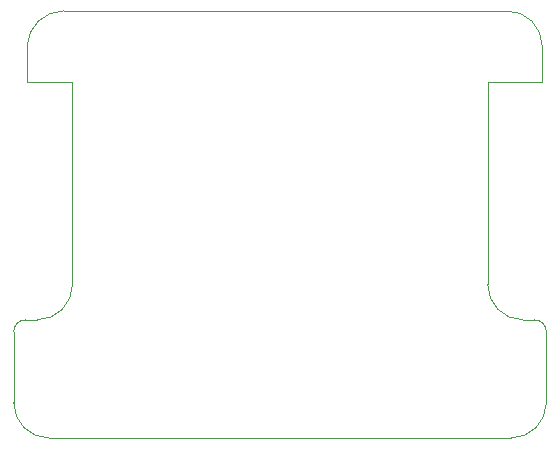
<source format=gbr>
%TF.GenerationSoftware,KiCad,Pcbnew,(6.0.11-0)*%
%TF.CreationDate,2023-11-06T17:50:53+10:00*%
%TF.ProjectId,GAUGE_Analog Instruments-12v,47415547-455f-4416-9e61-6c6f6720496e,rev?*%
%TF.SameCoordinates,Original*%
%TF.FileFunction,Profile,NP*%
%FSLAX46Y46*%
G04 Gerber Fmt 4.6, Leading zero omitted, Abs format (unit mm)*
G04 Created by KiCad (PCBNEW (6.0.11-0)) date 2023-11-06 17:50:53*
%MOMM*%
%LPD*%
G01*
G04 APERTURE LIST*
%TA.AperFunction,Profile*%
%ADD10C,0.050000*%
%TD*%
G04 APERTURE END LIST*
D10*
X160384281Y-111867951D02*
X199491250Y-111867951D01*
X197515515Y-81684574D02*
X197515515Y-98867952D01*
X199132736Y-75705452D02*
X161633041Y-75705452D01*
X202143817Y-78706075D02*
G75*
G03*
X199132736Y-75705452I-2986217J14475D01*
G01*
X202143793Y-81684574D02*
X202143793Y-78706075D01*
X157384249Y-108867951D02*
G75*
G03*
X160384281Y-111867951I3000051J51D01*
G01*
X159360016Y-101867951D02*
X158384281Y-101867951D01*
X197515515Y-81684574D02*
X202143793Y-81684574D01*
X197515548Y-98867952D02*
G75*
G03*
X200515515Y-101867952I2999952J-48D01*
G01*
X161633041Y-75705416D02*
G75*
G03*
X158515515Y-78705452I-41J-3119784D01*
G01*
X157384281Y-108867951D02*
X157384281Y-102867328D01*
X158515515Y-81684574D02*
X158515515Y-78705452D01*
X162365515Y-81684574D02*
X162365515Y-98867952D01*
X158384281Y-101867981D02*
G75*
G03*
X157384281Y-102867328I19J-1000019D01*
G01*
X199491250Y-111867950D02*
G75*
G03*
X202491250Y-108867951I-50J3000050D01*
G01*
X200515515Y-101867951D02*
X201491250Y-101867951D01*
X162365515Y-81684574D02*
X158515515Y-81684574D01*
X159360016Y-101867910D02*
G75*
G03*
X162365515Y-98867952I5584J2999910D01*
G01*
X202491349Y-102867951D02*
G75*
G03*
X201491250Y-101867951I-1000049J-49D01*
G01*
X202491250Y-108867951D02*
X202491250Y-102867951D01*
M02*

</source>
